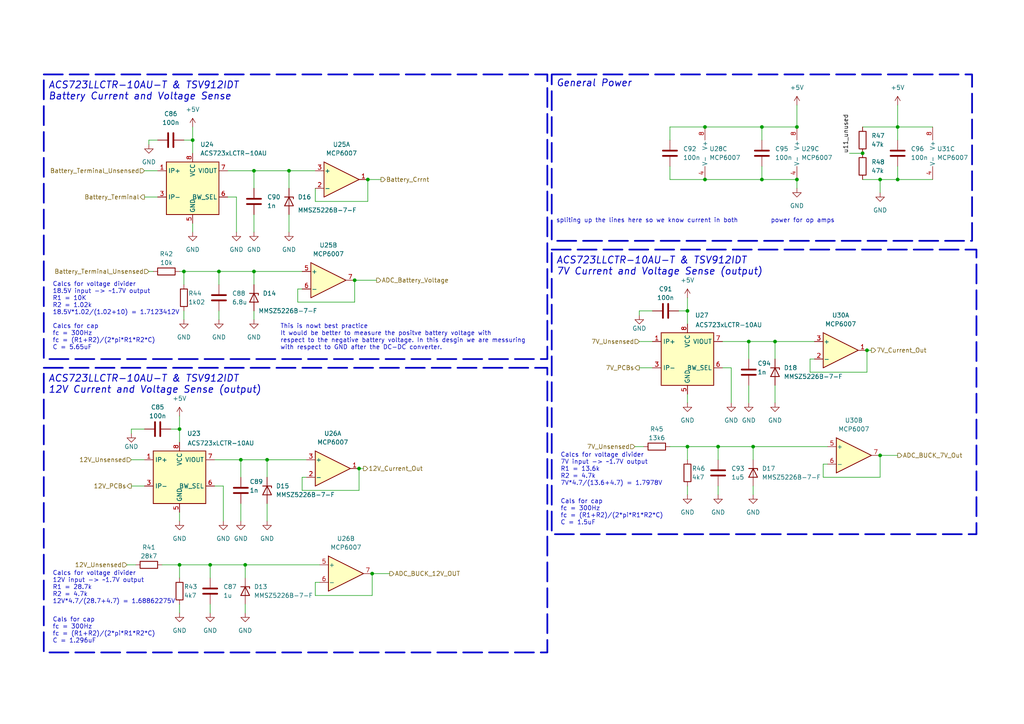
<source format=kicad_sch>
(kicad_sch (version 20231120) (generator "eeschema") (generator_version "8.0")
  (paper "A4")
  (lib_symbols
    (symbol "Amplifier_Operational:TSV912IDT" (pin_names (offset 0.127))
      (property "Reference" "U" (at 0 5.08 0))
      (property "Value" "TSV912IDT" (at 0 -5.08 0))
      (symbol "TSV912IDT_1_1"
        (polyline (pts (xy -5.08 5.08) (xy 5.08 0) (xy -5.08 -5.08) (xy -5.08 5.08)) (stroke (width 0.254)) (fill (type background)))
        (pin output line (at 7.62 0 180) (length 2.54) (name "~") (number "1"))
        (pin input line (at -7.62 -2.54 0) (length 2.54) (name "-") (number "2"))
        (pin input line (at -7.62 2.54 0) (length 2.54) (name "+") (number "3"))
      )
      (symbol "TSV912IDT_2_1"
        (polyline (pts (xy -5.08 5.08) (xy 5.08 0) (xy -5.08 -5.08) (xy -5.08 5.08)) (stroke (width 0.254)) (fill (type background)))
        (pin input line (at -7.62 2.54 0) (length 2.54) (name "+") (number "5"))
        (pin input line (at -7.62 -2.54 0) (length 2.54) (name "-") (number "6"))
        (pin output line (at 7.62 0 180) (length 2.54) (name "~") (number "7"))
      )
      (symbol "TSV912IDT_3_1"
        (pin power_in line (at -2.54 -7.62 90) (length 3.81) (name "V-") (number "4"))
        (pin power_in line (at -2.54 7.62 270) (length 3.81) (name "V+") (number "8"))
      )
    )
    (symbol "Device:C" (pin_numbers hide) (pin_names (offset 0.254))
      (property "Reference" "C" (at 0.635 2.54 0))
      (property "Value" "C" (at 0.635 -2.54 0))
      (symbol "C_0_1"
        (polyline (pts (xy -2.032 -0.762) (xy 2.032 -0.762)) (stroke (width 0.508)))
        (polyline (pts (xy -2.032 0.762) (xy 2.032 0.762)) (stroke (width 0.508)))
      )
      (symbol "C_1_1"
        (pin passive line (at 0 3.81 270) (length 2.794) (name "~") (number "1"))
        (pin passive line (at 0 -3.81 90) (length 2.794) (name "~") (number "2"))
      )
    )
    (symbol "Device:D_Zener" (pin_numbers hide) (pin_names (offset 1.016) hide)
      (property "Reference" "D" (at 0 2.54 0))
      (property "Value" "D_Zener" (at 0 -2.54 0))
      (symbol "D_Zener_0_1"
        (polyline (pts (xy 1.27 0) (xy -1.27 0)))
        (polyline (pts (xy -1.27 -1.27) (xy -1.27 1.27) (xy -0.762 1.27)) (stroke (width 0.254)))
        (polyline (pts (xy 1.27 -1.27) (xy 1.27 1.27) (xy -1.27 0) (xy 1.27 -1.27)) (stroke (width 0.254)))
      )
      (symbol "D_Zener_1_1"
        (pin passive line (at -3.81 0 0) (length 2.54) (name "K") (number "1"))
        (pin passive line (at 3.81 0 180) (length 2.54) (name "A") (number "2"))
      )
    )
    (symbol "Device:R" (pin_numbers hide) (pin_names (offset 0))
      (property "Reference" "R" (at 2.032 0 90))
      (property "Value" "R" (at 0 0 90))
      (symbol "R_0_1"
        (rectangle (start -1.016 -2.54) (end 1.016 2.54) (stroke (width 0.254)))
      )
      (symbol "R_1_1"
        (pin passive line (at 0 3.81 270) (length 1.27) (name "~") (number "1"))
        (pin passive line (at 0 -3.81 90) (length 1.27) (name "~") (number "2"))
      )
    )
    (symbol "Sensor_Current:ACS723xLCTR-10AU"
      (property "Reference" "U" (at 2.54 11.43 0))
      (property "Value" "ACS723xLCTR-10AU" (at 2.54 8.89 0))
      (symbol "ACS723xLCTR-10AU_0_1"
        (rectangle (start -7.62 7.62) (end 7.62 -7.62) (stroke (width 0.254)) (fill (type background)))
      )
      (symbol "ACS723xLCTR-10AU_1_1"
        (pin passive line (at -10.16 5.08 0) (length 2.54) (name "IP+") (number "1"))
        (pin passive line (at -10.16 5.08 0) (length 2.54) hide (name "IP+") (number "2"))
        (pin passive line (at -10.16 -2.54 0) (length 2.54) (name "IP-") (number "3"))
        (pin passive line (at -10.16 -2.54 0) (length 2.54) hide (name "IP-") (number "4"))
        (pin power_in line (at 0 -10.16 90) (length 2.54) (name "GND") (number "5"))
        (pin input line (at 10.16 -2.54 180) (length 2.54) (name "BW_SEL") (number "6"))
        (pin output line (at 10.16 5.08 180) (length 2.54) (name "VIOUT") (number "7"))
        (pin power_in line (at 0 10.16 270) (length 2.54) (name "VCC") (number "8"))
      )
    )
    (symbol "ecocad_lib_symbols:MCP6007" (pin_names (offset 0.127))
      (property "Reference" "U" (at 0 5.08 0))
      (property "Value" "MCP6007" (at 0 -5.08 0))
      (symbol "MCP6007_1_1"
        (polyline (pts (xy -5.08 5.08) (xy 5.08 0) (xy -5.08 -5.08) (xy -5.08 5.08)) (stroke (width 0.254)) (fill (type background)))
        (pin output line (at 7.62 0 180) (length 2.54) (name "~") (number "1"))
        (pin input line (at -7.62 -2.54 0) (length 2.54) (name "-") (number "2"))
        (pin input line (at -7.62 2.54 0) (length 2.54) (name "+") (number "3"))
      )
      (symbol "MCP6007_2_1"
        (polyline (pts (xy -5.08 5.08) (xy 5.08 0) (xy -5.08 -5.08) (xy -5.08 5.08)) (stroke (width 0.254)) (fill (type background)))
        (pin input line (at -7.62 2.54 0) (length 2.54) (name "+") (number "5"))
        (pin input line (at -7.62 -2.54 0) (length 2.54) (name "-") (number "6"))
        (pin output line (at 7.62 0 180) (length 2.54) (name "~") (number "7"))
      )
      (symbol "MCP6007_3_1"
        (pin power_in line (at -2.54 -7.62 90) (length 3.81) (name "V-") (number "4"))
        (pin power_in line (at -2.54 7.62 270) (length 3.81) (name "V+") (number "8"))
      )
    )
    (symbol "power:+5V" (power) (pin_names (offset 0))
      (property "Value" "+5V" (at 0 3.556 0))
      (symbol "+5V_0_1"
        (polyline (pts (xy -0.762 1.27) (xy 0 2.54)))
        (polyline (pts (xy 0 0) (xy 0 2.54)))
        (polyline (pts (xy 0 2.54) (xy 0.762 1.27)))
      )
      (symbol "+5V_1_1"
        (pin power_in line (at 0 0 90) (length 0) hide (name "+5V") (number "1"))
      )
    )
    (symbol "power:GND" (power) (pin_names (offset 0))
      (property "Value" "GND" (at 0 -3.81 0))
      (symbol "GND_0_1"
        (polyline (pts (xy 0 0) (xy 0 -1.27) (xy 1.27 -1.27) (xy 0 -2.54) (xy -1.27 -1.27) (xy 0 -1.27)))
      )
      (symbol "GND_1_1"
        (pin power_in line (at 0 0 270) (length 0) hide (name "GND") (number "1"))
      )
    )
  )
  (junction (at 250.19 44.45))
  (junction (at 52.07 124.46))
  (junction (at 208.28 129.54))
  (junction (at 255.27 52.07))
  (junction (at 220.98 52.07))
  (junction (at 260.35 36.83))
  (junction (at 77.47 133.35))
  (junction (at 231.14 36.83))
  (junction (at 69.85 133.35))
  (junction (at 53.34 78.74))
  (junction (at 106.68 52.07))
  (junction (at 73.66 49.53))
  (junction (at 71.12 163.83))
  (junction (at 102.87 81.28))
  (junction (at 199.39 90.17))
  (junction (at 83.82 49.53))
  (junction (at 255.27 132.08))
  (junction (at 60.96 163.83))
  (junction (at 224.79 99.06))
  (junction (at 251.46 101.6))
  (junction (at 204.47 52.07))
  (junction (at 73.66 78.74))
  (junction (at 231.14 52.07))
  (junction (at 52.07 163.83))
  (junction (at 104.14 135.89))
  (junction (at 217.17 99.06))
  (junction (at 220.98 36.83))
  (junction (at 55.88 40.64))
  (junction (at 260.35 52.07))
  (junction (at 63.5 78.74))
  (junction (at 204.47 36.83))
  (junction (at 218.44 129.54))
  (junction (at 107.95 166.37))
  (junction (at 199.39 129.54))
  (wire (pts (xy 260.35 30.48) (xy 260.35 36.83)))
  (wire (pts (xy 53.34 40.64) (xy 55.88 40.64)))
  (wire (pts (xy 270.51 36.83) (xy 260.35 36.83)))
  (wire (pts (xy 199.39 114.3) (xy 199.39 116.84)))
  (wire (pts (xy 52.07 78.74) (xy 53.34 78.74)))
  (wire (pts (xy 39.37 163.83) (xy 36.83 163.83)))
  (wire (pts (xy 66.04 57.15) (xy 68.58 57.15)))
  (wire (pts (xy 52.07 163.83) (xy 60.96 163.83)))
  (wire (pts (xy 87.63 142.24) (xy 104.14 142.24)))
  (wire (pts (xy 41.91 49.53) (xy 45.72 49.53)))
  (wire (pts (xy 185.42 106.68) (xy 189.23 106.68)))
  (wire (pts (xy 255.27 52.07) (xy 260.35 52.07)))
  (wire (pts (xy 186.69 129.54) (xy 184.15 129.54)))
  (wire (pts (xy 60.96 175.26) (xy 60.96 177.8)))
  (wire (pts (xy 204.47 52.07) (xy 194.31 52.07)))
  (wire (pts (xy 83.82 49.53) (xy 91.44 49.53)))
  (wire (pts (xy 64.77 140.97) (xy 64.77 151.13)))
  (wire (pts (xy 62.23 133.35) (xy 69.85 133.35)))
  (wire (pts (xy 217.17 99.06) (xy 224.79 99.06)))
  (wire (pts (xy 209.55 106.68) (xy 212.09 106.68)))
  (wire (pts (xy 234.95 107.95) (xy 251.46 107.95)))
  (wire (pts (xy 196.85 90.17) (xy 199.39 90.17)))
  (wire (pts (xy 52.07 148.59) (xy 52.07 151.13)))
  (wire (pts (xy 231.14 30.48) (xy 231.14 36.83)))
  (wire (pts (xy 238.76 134.62) (xy 240.03 134.62)))
  (wire (pts (xy 104.14 142.24) (xy 104.14 135.89)))
  (wire (pts (xy 224.79 111.76) (xy 224.79 116.84)))
  (wire (pts (xy 106.68 52.07) (xy 106.68 58.42)))
  (wire (pts (xy 52.07 120.65) (xy 52.07 124.46)))
  (wire (pts (xy 250.19 52.07) (xy 255.27 52.07)))
  (wire (pts (xy 91.44 168.91) (xy 91.44 172.72)))
  (wire (pts (xy 43.18 78.74) (xy 44.45 78.74)))
  (wire (pts (xy 199.39 140.97) (xy 199.39 143.51)))
  (wire (pts (xy 220.98 52.07) (xy 231.14 52.07)))
  (wire (pts (xy 185.42 90.17) (xy 185.42 91.44)))
  (wire (pts (xy 73.66 49.53) (xy 83.82 49.53)))
  (wire (pts (xy 255.27 52.07) (xy 255.27 55.88)))
  (wire (pts (xy 63.5 78.74) (xy 63.5 82.55)))
  (wire (pts (xy 199.39 129.54) (xy 208.28 129.54)))
  (wire (pts (xy 86.36 87.63) (xy 102.87 87.63)))
  (wire (pts (xy 199.39 86.36) (xy 199.39 90.17)))
  (wire (pts (xy 73.66 62.23) (xy 73.66 67.31)))
  (wire (pts (xy 52.07 163.83) (xy 52.07 167.64)))
  (wire (pts (xy 63.5 78.74) (xy 73.66 78.74)))
  (wire (pts (xy 53.34 78.74) (xy 53.34 82.55)))
  (wire (pts (xy 194.31 40.64) (xy 194.31 36.83)))
  (wire (pts (xy 194.31 129.54) (xy 199.39 129.54)))
  (wire (pts (xy 66.04 49.53) (xy 73.66 49.53)))
  (wire (pts (xy 38.1 124.46) (xy 38.1 125.73)))
  (wire (pts (xy 260.35 36.83) (xy 260.35 40.64)))
  (wire (pts (xy 73.66 49.53) (xy 73.66 54.61)))
  (wire (pts (xy 71.12 163.83) (xy 92.71 163.83)))
  (wire (pts (xy 212.09 106.68) (xy 212.09 116.84)))
  (wire (pts (xy 199.39 129.54) (xy 199.39 133.35)))
  (wire (pts (xy 251.46 107.95) (xy 251.46 101.6)))
  (wire (pts (xy 87.63 138.43) (xy 87.63 142.24)))
  (wire (pts (xy 208.28 129.54) (xy 218.44 129.54)))
  (wire (pts (xy 107.95 172.72) (xy 107.95 166.37)))
  (wire (pts (xy 246.38 44.45) (xy 250.19 44.45)))
  (wire (pts (xy 77.47 133.35) (xy 88.9 133.35)))
  (wire (pts (xy 217.17 99.06) (xy 217.17 104.14)))
  (wire (pts (xy 71.12 163.83) (xy 71.12 167.64)))
  (wire (pts (xy 218.44 129.54) (xy 218.44 133.35)))
  (wire (pts (xy 77.47 146.05) (xy 77.47 151.13)))
  (wire (pts (xy 55.88 64.77) (xy 55.88 67.31)))
  (wire (pts (xy 83.82 62.23) (xy 83.82 67.31)))
  (wire (pts (xy 49.53 124.46) (xy 52.07 124.46)))
  (wire (pts (xy 62.23 140.97) (xy 64.77 140.97)))
  (wire (pts (xy 234.95 104.14) (xy 234.95 107.95)))
  (wire (pts (xy 209.55 99.06) (xy 217.17 99.06)))
  (wire (pts (xy 208.28 129.54) (xy 208.28 133.35)))
  (wire (pts (xy 218.44 140.97) (xy 218.44 143.51)))
  (wire (pts (xy 255.27 132.08) (xy 260.35 132.08)))
  (wire (pts (xy 194.31 52.07) (xy 194.31 48.26)))
  (wire (pts (xy 107.95 166.37) (xy 113.03 166.37)))
  (wire (pts (xy 102.87 87.63) (xy 102.87 81.28)))
  (wire (pts (xy 110.49 52.07) (xy 106.68 52.07)))
  (wire (pts (xy 220.98 36.83) (xy 220.98 40.64)))
  (wire (pts (xy 60.96 163.83) (xy 71.12 163.83)))
  (wire (pts (xy 251.46 101.6) (xy 252.73 101.6)))
  (wire (pts (xy 69.85 133.35) (xy 69.85 138.43)))
  (wire (pts (xy 73.66 78.74) (xy 87.63 78.74)))
  (wire (pts (xy 220.98 36.83) (xy 231.14 36.83)))
  (wire (pts (xy 194.31 36.83) (xy 204.47 36.83)))
  (wire (pts (xy 236.22 104.14) (xy 234.95 104.14)))
  (wire (pts (xy 208.28 140.97) (xy 208.28 143.51)))
  (wire (pts (xy 91.44 168.91) (xy 92.71 168.91)))
  (wire (pts (xy 55.88 40.64) (xy 55.88 44.45)))
  (wire (pts (xy 238.76 134.62) (xy 238.76 138.43)))
  (wire (pts (xy 73.66 78.74) (xy 73.66 82.55)))
  (wire (pts (xy 52.07 175.26) (xy 52.07 177.8)))
  (wire (pts (xy 260.35 52.07) (xy 270.51 52.07)))
  (wire (pts (xy 199.39 90.17) (xy 199.39 93.98)))
  (wire (pts (xy 255.27 138.43) (xy 255.27 132.08)))
  (wire (pts (xy 220.98 48.26) (xy 220.98 52.07)))
  (wire (pts (xy 43.18 40.64) (xy 45.72 40.64)))
  (wire (pts (xy 86.36 83.82) (xy 86.36 87.63)))
  (wire (pts (xy 218.44 129.54) (xy 240.03 129.54)))
  (wire (pts (xy 46.99 163.83) (xy 52.07 163.83)))
  (wire (pts (xy 38.1 133.35) (xy 41.91 133.35)))
  (wire (pts (xy 77.47 138.43) (xy 77.47 133.35)))
  (wire (pts (xy 231.14 52.07) (xy 231.14 54.61)))
  (wire (pts (xy 217.17 111.76) (xy 217.17 116.84)))
  (wire (pts (xy 55.88 36.83) (xy 55.88 40.64)))
  (wire (pts (xy 185.42 99.06) (xy 189.23 99.06)))
  (wire (pts (xy 224.79 99.06) (xy 236.22 99.06)))
  (wire (pts (xy 224.79 104.14) (xy 224.79 99.06)))
  (wire (pts (xy 52.07 124.46) (xy 52.07 128.27)))
  (wire (pts (xy 53.34 90.17) (xy 53.34 92.71)))
  (wire (pts (xy 43.18 41.91) (xy 43.18 40.64)))
  (wire (pts (xy 53.34 78.74) (xy 63.5 78.74)))
  (wire (pts (xy 109.22 81.28) (xy 102.87 81.28)))
  (wire (pts (xy 87.63 83.82) (xy 86.36 83.82)))
  (wire (pts (xy 260.35 48.26) (xy 260.35 52.07)))
  (wire (pts (xy 71.12 175.26) (xy 71.12 177.8)))
  (wire (pts (xy 69.85 133.35) (xy 77.47 133.35)))
  (wire (pts (xy 91.44 54.61) (xy 91.44 58.42)))
  (wire (pts (xy 60.96 163.83) (xy 60.96 167.64)))
  (wire (pts (xy 38.1 140.97) (xy 41.91 140.97)))
  (wire (pts (xy 83.82 49.53) (xy 83.82 54.61)))
  (wire (pts (xy 63.5 90.17) (xy 63.5 92.71)))
  (wire (pts (xy 104.14 135.89) (xy 105.41 135.89)))
  (wire (pts (xy 68.58 57.15) (xy 68.58 67.31)))
  (wire (pts (xy 189.23 90.17) (xy 185.42 90.17)))
  (wire (pts (xy 41.91 57.15) (xy 45.72 57.15)))
  (wire (pts (xy 73.66 90.17) (xy 73.66 92.71)))
  (wire (pts (xy 41.91 124.46) (xy 38.1 124.46)))
  (wire (pts (xy 250.19 36.83) (xy 260.35 36.83)))
  (wire (pts (xy 106.68 58.42) (xy 91.44 58.42)))
  (wire (pts (xy 204.47 52.07) (xy 220.98 52.07)))
  (wire (pts (xy 91.44 172.72) (xy 107.95 172.72)))
  (wire (pts (xy 204.47 36.83) (xy 220.98 36.83)))
  (wire (pts (xy 69.85 146.05) (xy 69.85 151.13)))
  (wire (pts (xy 238.76 138.43) (xy 255.27 138.43)))
  (wire (pts (xy 88.9 138.43) (xy 87.63 138.43)))
  (rectangle (start 12.7 106.68) (end 158.75 189.23) (stroke (width 0.5) (type dash)))
  (rectangle (start 160.02 72.39) (end 283.21 154.94) (stroke (width 0.5) (type dash)))
  (rectangle (start 160.02 21.59) (end 281.94 69.85) (stroke (width 0.5) (type dash)))
  (rectangle (start 12.7 21.59) (end 158.75 104.14) (stroke (width 0.5) (type dash)))
  (text "Calcs for voltage divider\n7V input -> ~1.7V output\nR1 = 13.6k\nR2 = 4.7k\n7V*4.7/(13.6+4.7) = 1.7978V" (at 162.56 140.97 0) (effects (font (size 1.27 1.27)) (justify left bottom)))
  (text "ACS723LLCTR-10AU-T & TSV912IDT \nBattery Current and Voltage Sense\n" (at 13.97 29.21 0) (effects (font (size 2 2) (thickness 0.254) (bold yes) (italic yes)) (justify left bottom)))
  (text "This is nowt best practice\nIt would be better to measure the positve battery voltage with \nrespect to the negative battery voltage. In this desgin we are messuring\nwith respect to GND after the DC-DC converter." (at 81.28 101.6 0) (effects (font (size 1.27 1.27)) (justify left bottom)))
  (text "Calcs for voltage divider\n18.5V input -> ~1.7V output\nR1 = 10K \nR2 = 1.02k\n18.5V*1.02/(1.02+10) = 1.7123412V" (at 15.24 91.44 0) (effects (font (size 1.27 1.27)) (justify left bottom)))
  (text "ACS723LLCTR-10AU-T & TSV912IDT \n12V Current and Voltage Sense (output)\n" (at 13.97 114.3 0) (effects (font (size 2 2) (thickness 0.254) (bold yes) (italic yes)) (justify left bottom)))
  (text "Calcs for cap\nfc = 300Hz\nfc = (R1+R2)/(2*pi*R1*R2*C)\nC = 5.65uF" (at 15.24 101.6 0) (effects (font (size 1.27 1.27)) (justify left bottom)))
  (text "ACS723LLCTR-10AU-T & TSV912IDT \n7V Current and Voltage Sense (output)\n" (at 161.29 80.01 0) (effects (font (size 2 2) (thickness 0.254) (bold yes) (italic yes)) (justify left bottom)))
  (text "spliting up the lines here so we know current in both\n" (at 161.29 64.77 0) (effects (font (size 1.27 1.27)) (justify left bottom)))
  (text "General Power" (at 161.29 25.4 0) (effects (font (size 2 2) (thickness 0.254) (bold yes) (italic yes)) (justify left bottom)))
  (text "power for op amps" (at 223.52 64.77 0) (effects (font (size 1.27 1.27)) (justify left bottom)))
  (text "Calcs for voltage divider\n12V input -> ~1.7V output\nR1 = 28.7k\nR2 = 4.7k\n12V*4.7/(28.7+4.7) = 1.68862275V" (at 15.24 175.26 0) (effects (font (size 1.27 1.27)) (justify left bottom)))
  (text "Cals for cap\nfc = 300Hz\nfc = (R1+R2)/(2*pi*R1*R2*C)\nC = 1.296uF" (at 15.24 186.69 0) (effects (font (size 1.27 1.27)) (justify left bottom)))
  (text "Cals for cap\nfc = 300Hz\nfc = (R1+R2)/(2*pi*R1*R2*C)\nC = 1.5uF" (at 162.56 152.4 0) (effects (font (size 1.27 1.27)) (justify left bottom)))
  (label "u11_unused" (at 246.38 44.45 90))
  (hierarchical_label "Battery_Terminal_Unsensed" (shape input) (at 41.91 49.53 180))
  (hierarchical_label "12V_Unsensed" (shape input) (at 36.83 163.83 180))
  (hierarchical_label "12V_PCBs" (shape output) (at 38.1 140.97 180))
  (hierarchical_label "Battery_Terminal_Unsensed" (shape input) (at 43.18 78.74 180))
  (hierarchical_label "ADC_Battery_Voltage" (shape output) (at 109.22 81.28 0))
  (hierarchical_label "7V_Unsensed" (shape input) (at 184.15 129.54 180))
  (hierarchical_label "Battery_Crrnt" (shape output) (at 110.49 52.07 0))
  (hierarchical_label "Battery_Terminal" (shape output) (at 41.91 57.15 180))
  (hierarchical_label "7V_Unsensed" (shape input) (at 185.42 99.06 180))
  (hierarchical_label "7V_PCBs" (shape output) (at 185.42 106.68 180))
  (hierarchical_label "12V_Current_Out" (shape output) (at 105.41 135.89 0))
  (hierarchical_label "ADC_BUCK_12V_OUT" (shape output) (at 113.03 166.37 0))
  (hierarchical_label "ADC_BUCK_7V_Out" (shape output) (at 260.35 132.08 0))
  (hierarchical_label "12V_Unsensed" (shape input) (at 38.1 133.35 180))
  (hierarchical_label "7V_Current_Out" (shape output) (at 252.73 101.6 0))
  (symbol (lib_id "Device:R") (at 250.19 40.64 0) (unit 1)
    (property "Reference" "R47" (at 252.73 39.37 0) (effects (justify left)))
    (property "Value" "47k" (at 252.73 41.91 0) (effects (justify left)))
    (property "Footprint" "Resistor_SMD:R_0805_2012Metric" (effects (hide yes)))
    (property "JLCPCB Part#(Optional)" "C17713" (effects (hide yes)))
    (property "Ordered" "y" (effects (hide yes)))
  )
  (symbol (lib_id "power:GND") (at 60.96 177.8 0) (unit 1)
    (property "Reference" "#PWR095" (effects (hide yes)))
    (property "Value" "GND" (at 60.96 182.88 0))
  )
  (symbol (lib_id "Device:R") (at 250.19 48.26 0) (unit 1)
    (property "Reference" "R48" (at 252.73 46.99 0) (effects (justify left)))
    (property "Value" "47k" (at 252.73 49.53 0) (effects (justify left)))
    (property "Footprint" "Resistor_SMD:R_0805_2012Metric" (effects (hide yes)))
    (property "JLCPCB Part#(Optional)" "C17713" (effects (hide yes)))
    (property "Ordered" "y" (effects (hide yes)))
  )
  (symbol (lib_id "Device:R") (at 190.5 129.54 90) (unit 1)
    (property "Reference" "R45" (at 190.5 124.46 90))
    (property "Value" "13k6" (at 190.5 127 90))
    (property "Footprint" "Resistor_SMD:R_0603_1608Metric" (effects (hide yes)))
    (property "Digikey #" "RMCF0603FT28K7CT-ND" (effects (hide yes)))
    (property "Ordered" "y" (effects (hide yes)))
  )
  (symbol (lib_id "power:GND") (at 199.39 143.51 0) (unit 1)
    (property "Reference" "#PWR0130" (effects (hide yes)))
    (property "Value" "GND" (at 199.39 148.59 0))
  )
  (symbol (lib_id "power:GND") (at 212.09 116.84 0) (unit 1)
    (property "Reference" "#PWR0132" (effects (hide yes)))
    (property "Value" "GND" (at 212.09 121.92 0))
  )
  (symbol (lib_id "Device:D_Zener") (at 224.79 107.95 270) (unit 1)
    (property "Reference" "D18" (at 227.33 106.68 90) (effects (justify left)))
    (property "Value" "MMSZ5226B-7-F" (at 227.33 109.22 90) (effects (justify left)))
    (property "Footprint" "Diode_SMD:D_SOD-123" (effects (hide yes)))
    (property "Datasheet" "https://www.diodes.com/assets/Datasheets/ds18010.pdf" (effects (hide yes)))
    (property "Digikey #" "MMSZ5226B-FDICT-ND" (effects (hide yes)))
    (property "JLCPCB Part#(Optional)" "C155250" (effects (hide yes)))
    (property "Ordered" "y" (effects (hide yes)))
  )
  (symbol (lib_id "power:+5V") (at 260.35 30.48 0) (unit 1)
    (property "Reference" "#PWR0139" (effects (hide yes)))
    (property "Value" "+5V" (at 260.35 25.4 0))
  )
  (symbol (lib_id "Device:D_Zener") (at 83.82 58.42 270) (unit 1)
    (property "Reference" "D16" (at 86.36 57.15 90) (effects (justify left)))
    (property "Value" "MMSZ5226B-7-F" (at 86.36 60.96 90) (effects (justify left)))
    (property "Footprint" "Diode_SMD:D_SOD-123" (effects (hide yes)))
    (property "Datasheet" "https://www.diodes.com/assets/Datasheets/ds18010.pdf" (effects (hide yes)))
    (property "Digikey #" "MMSZ5226B-FDICT-ND" (effects (hide yes)))
    (property "JLCPCB Part#(Optional)" "C155250" (effects (hide yes)))
    (property "Ordered" "y" (effects (hide yes)))
  )
  (symbol (lib_id "Device:R") (at 53.34 86.36 0) (unit 1)
    (property "Reference" "R44" (at 54.61 85.09 0) (effects (justify left)))
    (property "Value" "1k02" (at 54.61 87.63 0) (effects (justify left)))
    (property "Footprint" "Resistor_SMD:R_0603_1608Metric" (effects (hide yes)))
    (property "Digikey #" "RMCF0603FT1K02CT-ND" (effects (hide yes)))
    (property "Ordered" "y" (effects (hide yes)))
  )
  (symbol (lib_id "power:+5V") (at 52.07 120.65 0) (unit 1)
    (property "Reference" "#PWR083" (effects (hide yes)))
    (property "Value" "+5V" (at 52.07 115.57 0))
  )
  (symbol (lib_id "power:GND") (at 255.27 55.88 0) (unit 1)
    (property "Reference" "#PWR0138" (effects (hide yes)))
    (property "Value" "GND" (at 255.27 60.96 0))
  )
  (symbol (lib_id "power:GND") (at 71.12 177.8 0) (unit 1)
    (property "Reference" "#PWR0122" (effects (hide yes)))
    (property "Value" "GND" (at 71.12 182.88 0))
  )
  (symbol (lib_id "power:GND") (at 217.17 116.84 0) (unit 1)
    (property "Reference" "#PWR0133" (effects (hide yes)))
    (property "Value" "GND" (at 217.17 121.92 0))
  )
  (symbol (lib_id "power:GND") (at 73.66 92.71 0) (unit 1)
    (property "Reference" "#PWR0124" (effects (hide yes)))
    (property "Value" "GND" (at 73.66 97.79 0))
  )
  (symbol (lib_id "Device:C") (at 194.31 44.45 0) (unit 1)
    (property "Reference" "C92" (at 198.12 43.18 0) (effects (justify left)))
    (property "Value" "100n" (at 198.12 45.72 0) (effects (justify left)))
    (property "Footprint" "Capacitor_SMD:C_0603_1608Metric" (effects (hide yes)))
    (property "Digikey #" "CC0603KRX7R7BB104" (effects (hide yes)))
    (property "Ordered" "y" (effects (hide yes)))
  )
  (symbol (lib_id "Device:C") (at 260.35 44.45 0) (unit 1)
    (property "Reference" "C96" (at 264.16 43.18 0) (effects (justify left)))
    (property "Value" "100n" (at 264.16 45.72 0) (effects (justify left)))
    (property "Footprint" "Capacitor_SMD:C_0603_1608Metric" (effects (hide yes)))
    (property "Digikey #" "CC0603KRX7R7BB104" (effects (hide yes)))
    (property "Ordered" "y" (effects (hide yes)))
  )
  (symbol (lib_id "power:GND") (at 64.77 151.13 0) (unit 1)
    (property "Reference" "#PWR0119" (effects (hide yes)))
    (property "Value" "GND" (at 64.77 156.21 0))
  )
  (symbol (lib_id "power:GND") (at 55.88 67.31 0) (unit 1)
    (property "Reference" "#PWR093" (effects (hide yes)))
    (property "Value" "GND" (at 55.88 72.39 0))
  )
  (symbol (lib_id "power:GND") (at 63.5 92.71 0) (unit 1)
    (property "Reference" "#PWR096" (effects (hide yes)))
    (property "Value" "GND" (at 63.5 97.79 0))
  )
  (symbol (lib_id "Device:C") (at 208.28 137.16 0) (unit 1)
    (property "Reference" "C93" (at 212.09 135.8899 0) (effects (justify left)))
    (property "Value" "1u5" (at 212.09 138.4299 0) (effects (justify left)))
    (property "Footprint" "Capacitor_SMD:C_0603_1608Metric" (effects (hide yes)))
    (property "JLCPCB Part#(Optional)" "C28323" (effects (hide yes)))
    (property "Ordered" "y" (effects (hide yes)))
  )
  (symbol (lib_id "ecocad_lib_symbols:MCP6007") (at 96.52 135.89 0) (unit 1)
    (property "Reference" "U26" (at 96.52 125.73 0))
    (property "Value" "MCP6007" (at 96.52 128.27 0))
    (property "Footprint" "Package_SO:SOIC-8_3.9x4.9mm_P1.27mm" (effects (hide yes)))
    (property "Datasheet" "https://ww1.microchip.com/downloads/aemDocuments/documents/APID/ProductDocuments/DataSheets/MCP6006-6R-6U-7-9-Data-Sheet-20006411B.pdf" (effects (hide yes)))
    (property "Description" "Dual Operational Amplifiers, DIP-8/SOIC-8/TSSOP-8/VSSOP-8" (effects (hide yes)))
  )
  (symbol (lib_id "Device:R") (at 52.07 171.45 0) (unit 1)
    (property "Reference" "R43" (at 53.34 170.18 0) (effects (justify left)))
    (property "Value" "4k7" (at 53.34 172.72 0) (effects (justify left)))
    (property "Footprint" "Resistor_SMD:R_0603_1608Metric" (effects (hide yes)))
    (property "JLCPCB Part#(Optional)" "C23164" (effects (hide yes)))
    (property "Ordered" "y" (effects (hide yes)))
    (property "Digikey #" "311-4.70KHRCT-ND" (effects (hide yes)))
  )
  (symbol (lib_id "power:GND") (at 69.85 151.13 0) (unit 1)
    (property "Reference" "#PWR0121" (effects (hide yes)))
    (property "Value" "GND" (at 69.85 156.21 0))
  )
  (symbol (lib_id "power:GND") (at 199.39 116.84 0) (unit 1)
    (property "Reference" "#PWR0129" (effects (hide yes)))
    (property "Value" "GND" (at 199.39 121.92 0))
  )
  (symbol (lib_id "Sensor_Current:ACS723xLCTR-10AU") (at 199.39 104.14 0) (unit 1)
    (property "Reference" "U27" (at 201.5841 91.44 0) (effects (justify left)))
    (property "Value" "ACS723xLCTR-10AU" (at 201.676 94.234 0) (effects (justify left)))
    (property "Footprint" "Package_SO:SOIC-8_3.9x4.9mm_P1.27mm" (effects (hide yes)))
    (property "Datasheet" "http://www.allegromicro.com/~/media/Files/Datasheets/ACS723-Datasheet.ashx?la=en" (effects (hide yes)))
  )
  (symbol (lib_id "Device:R") (at 199.39 137.16 0) (unit 1)
    (property "Reference" "R46" (at 200.66 135.89 0) (effects (justify left)))
    (property "Value" "4k7" (at 200.66 138.43 0) (effects (justify left)))
    (property "Footprint" "Resistor_SMD:R_0603_1608Metric" (effects (hide yes)))
    (property "JLCPCB Part#(Optional)" "C23164" (effects (hide yes)))
    (property "Ordered" "y" (effects (hide yes)))
    (property "Digikey #" "311-4.70KHRCT-ND" (effects (hide yes)))
  )
  (symbol (lib_id "power:GND") (at 185.42 91.44 0) (unit 1)
    (property "Reference" "#PWR0127" (effects (hide yes)))
    (property "Value" "GND" (at 185.42 95.25 0))
  )
  (symbol (lib_id "power:GND") (at 68.58 67.31 0) (unit 1)
    (property "Reference" "#PWR0120" (effects (hide yes)))
    (property "Value" "GND" (at 68.58 72.39 0))
  )
  (symbol (lib_id "Device:C") (at 60.96 171.45 0) (unit 1)
    (property "Reference" "C87" (at 64.77 170.18 0) (effects (justify left)))
    (property "Value" "1u" (at 64.77 172.72 0) (effects (justify left)))
    (property "Footprint" "Capacitor_SMD:C_0603_1608Metric" (effects (hide yes)))
    (property "JLCPCB Part#(Optional)" "C28323" (effects (hide yes)))
    (property "Ordered" "y" (effects (hide yes)))
  )
  (symbol (lib_id "power:GND") (at 83.82 67.31 0) (unit 1)
    (property "Reference" "#PWR0126" (effects (hide yes)))
    (property "Value" "GND" (at 83.82 72.39 0))
  )
  (symbol (lib_id "power:GND") (at 38.1 125.73 0) (unit 1)
    (property "Reference" "#PWR081" (effects (hide yes)))
    (property "Value" "GND" (at 38.1 129.54 0))
  )
  (symbol (lib_id "Device:C") (at 45.72 124.46 270) (unit 1)
    (property "Reference" "C85" (at 45.72 118.11 90))
    (property "Value" "100n" (at 45.72 120.65 90))
    (property "Footprint" "Capacitor_SMD:C_0603_1608Metric" (effects (hide yes)))
    (property "Digikey #" "CC0603KRX7R7BB104" (effects (hide yes)))
    (property "Ordered" "y" (effects (hide yes)))
  )
  (symbol (lib_id "Device:D_Zener") (at 71.12 171.45 270) (unit 1)
    (property "Reference" "D13" (at 73.66 170.18 90) (effects (justify left)))
    (property "Value" "MMSZ5226B-7-F" (at 73.66 172.72 90) (effects (justify left)))
    (property "Footprint" "Diode_SMD:D_SOD-123" (effects (hide yes)))
    (property "Datasheet" "https://www.diodes.com/assets/Datasheets/ds18010.pdf" (effects (hide yes)))
    (property "Digikey #" "MMSZ5226B-FDICT-ND" (effects (hide yes)))
    (property "JLCPCB Part#(Optional)" "C155250" (effects (hide yes)))
    (property "Ordered" "y" (effects (hide yes)))
  )
  (symbol (lib_id "power:GND") (at 73.66 67.31 0) (unit 1)
    (property "Reference" "#PWR0123" (effects (hide yes)))
    (property "Value" "GND" (at 73.66 72.39 0))
  )
  (symbol (lib_id "power:GND") (at 43.18 41.91 0) (unit 1)
    (property "Reference" "#PWR082" (effects (hide yes)))
    (property "Value" "GND" (at 43.18 46.99 0))
  )
  (symbol (lib_id "ecocad_lib_symbols:MCP6007") (at 247.65 132.08 0) (unit 2)
    (property "Reference" "U30" (at 247.65 121.92 0))
    (property "Value" "MCP6007" (at 247.65 124.46 0))
    (property "Footprint" "Package_SO:SOIC-8_3.9x4.9mm_P1.27mm" (effects (hide yes)))
    (property "Datasheet" "https://ww1.microchip.com/downloads/aemDocuments/documents/APID/ProductDocuments/DataSheets/MCP6006-6R-6U-7-9-Data-Sheet-20006411B.pdf" (effects (hide yes)))
    (property "Description" "Dual Operational Amplifiers, DIP-8/SOIC-8/TSSOP-8/VSSOP-8" (effects (hide yes)))
  )
  (symbol (lib_id "Amplifier_Operational:TSV912IDT") (at 233.68 44.45 0) (unit 3)
    (property "Reference" "U29" (at 232.41 43.1799 0) (effects (justify left)))
    (property "Value" "MCP6007" (at 232.41 45.7199 0) (effects (justify left)))
    (property "Footprint" "Package_SO:SOIC-8_3.9x4.9mm_P1.27mm" (effects (hide yes)))
    (property "Datasheet" "www.st.com/resource/en/datasheet/tsv911.pdf" (effects (hide yes)))
    (property "Digikey #" "497-8165-2-ND" (effects (hide yes)))
  )
  (symbol (lib_id "power:GND") (at 224.79 116.84 0) (unit 1)
    (property "Reference" "#PWR0135" (effects (hide yes)))
    (property "Value" "GND" (at 224.79 121.92 0))
  )
  (symbol (lib_id "Amplifier_Operational:TSV912IDT") (at 273.05 44.45 0) (unit 3)
    (property "Reference" "U31" (at 271.78 43.1799 0) (effects (justify left)))
    (property "Value" "MCP6007" (at 271.78 45.7199 0) (effects (justify left)))
    (property "Footprint" "Package_SO:SOIC-8_3.9x4.9mm_P1.27mm" (effects (hide yes)))
    (property "Datasheet" "www.st.com/resource/en/datasheet/tsv911.pdf" (effects (hide yes)))
    (property "Digikey #" "497-8165-2-ND" (effects (hide yes)))
  )
  (symbol (lib_id "Device:D_Zener") (at 73.66 86.36 270) (unit 1)
    (property "Reference" "D14" (at 76.2 85.09 90) (effects (justify left)))
    (property "Value" "MMSZ5226B-7-F" (at 74.93 90.17 90) (effects (justify left)))
    (property "Footprint" "Diode_SMD:D_SOD-123" (effects (hide yes)))
    (property "Datasheet" "https://www.diodes.com/assets/Datasheets/ds18010.pdf" (effects (hide yes)))
    (property "Digikey #" "MMSZ5226B-FDICT-ND" (effects (hide yes)))
    (property "JLCPCB Part#(Optional)" "C155250" (effects (hide yes)))
    (property "Ordered" "y" (effects (hide yes)))
  )
  (symbol (lib_id "Device:C") (at 217.17 107.95 0) (unit 1)
    (property "Reference" "C94" (at 219.71 105.41 0) (effects (justify left)))
    (property "Value" "1n" (at 219.71 107.95 0) (effects (justify left)))
    (property "Footprint" "Capacitor_SMD:C_0402_1005Metric" (effects (hide yes)))
    (property "JLCPCB Part#(Optional)" "C1523" (effects (hide yes)))
    (property "PCBA" "y" (effects (hide yes)))
  )
  (symbol (lib_id "ecocad_lib_symbols:MCP6007") (at 99.06 52.07 0) (unit 1)
    (property "Reference" "U25" (at 99.06 41.91 0))
    (property "Value" "MCP6007" (at 99.06 44.45 0))
    (property "Footprint" "Package_SO:SOIC-8_3.9x4.9mm_P1.27mm" (effects (hide yes)))
    (property "Datasheet" "https://ww1.microchip.com/downloads/aemDocuments/documents/APID/ProductDocuments/DataSheets/MCP6006-6R-6U-7-9-Data-Sheet-20006411B.pdf" (effects (hide yes)))
    (property "Description" "Dual Operational Amplifiers, DIP-8/SOIC-8/TSSOP-8/VSSOP-8" (effects (hide yes)))
  )
  (symbol (lib_id "Device:R") (at 48.26 78.74 90) (unit 1)
    (property "Reference" "R42" (at 48.26 73.66 90))
    (property "Value" "10k" (at 48.26 76.2 90))
    (property "Footprint" "Resistor_SMD:R_0603_1608Metric" (effects (hide yes)))
    (property "JLCPCB Part#(Optional)" "C25804" (effects (hide yes)))
    (property "Digikey #" "RMCF0603FT10K0CT-ND" (effects (hide yes)))
    (property "Ordered" "y" (effects (hide yes)))
  )
  (symbol (lib_id "Device:D_Zener") (at 218.44 137.16 270) (unit 1)
    (property "Reference" "D17" (at 220.98 135.89 90) (effects (justify left)))
    (property "Value" "MMSZ5226B-7-F" (at 220.98 138.43 90) (effects (justify left)))
    (property "Footprint" "Diode_SMD:D_SOD-123" (effects (hide yes)))
    (property "Datasheet" "https://www.diodes.com/assets/Datasheets/ds18010.pdf" (effects (hide yes)))
    (property "Digikey #" "MMSZ5226B-FDICT-ND" (effects (hide yes)))
    (property "JLCPCB Part#(Optional)" "C155250" (effects (hide yes)))
    (property "Ordered" "y" (effects (hide yes)))
  )
  (symbol (lib_id "power:+5V") (at 231.14 30.48 0) (unit 1)
    (property "Reference" "#PWR0136" (effects (hide yes)))
    (property "Value" "+5V" (at 231.14 25.4 0))
  )
  (symbol (lib_id "Device:C") (at 69.85 142.24 0) (unit 1)
    (property "Reference" "C89" (at 72.39 139.7 0) (effects (justify left)))
    (property "Value" "1n" (at 72.39 142.24 0) (effects (justify left)))
    (property "Footprint" "Capacitor_SMD:C_0402_1005Metric" (effects (hide yes)))
    (property "JLCPCB Part#(Optional)" "C1523" (effects (hide yes)))
    (property "PCBA" "y" (effects (hide yes)))
  )
  (symbol (lib_id "power:GND") (at 52.07 177.8 0) (unit 1)
    (property "Reference" "#PWR085" (effects (hide yes)))
    (property "Value" "GND" (at 52.07 182.88 0))
  )
  (symbol (lib_id "Device:C") (at 193.04 90.17 270) (unit 1)
    (property "Reference" "C91" (at 193.04 83.82 90))
    (property "Value" "100n" (at 193.04 86.36 90))
    (property "Footprint" "Capacitor_SMD:C_0603_1608Metric" (effects (hide yes)))
    (property "Digikey #" "CC0603KRX7R7BB104" (effects (hide yes)))
    (property "Ordered" "y" (effects (hide yes)))
  )
  (symbol (lib_id "ecocad_lib_symbols:MCP6007") (at 243.84 101.6 0) (unit 1)
    (property "Reference" "U30" (at 243.84 91.44 0))
    (property "Value" "MCP6007" (at 243.84 93.98 0))
    (property "Footprint" "Package_SO:SOIC-8_3.9x4.9mm_P1.27mm" (effects (hide yes)))
    (property "Datasheet" "https://ww1.microchip.com/downloads/aemDocuments/documents/APID/ProductDocuments/DataSheets/MCP6006-6R-6U-7-9-Data-Sheet-20006411B.pdf" (effects (hide yes)))
    (property "Description" "Dual Operational Amplifiers, DIP-8/SOIC-8/TSSOP-8/VSSOP-8" (effects (hide yes)))
  )
  (symbol (lib_id "power:+5V") (at 55.88 36.83 0) (unit 1)
    (property "Reference" "#PWR088" (effects (hide yes)))
    (property "Value" "+5V" (at 55.88 31.75 0))
  )
  (symbol (lib_id "Sensor_Current:ACS723xLCTR-10AU") (at 55.88 54.61 0) (unit 1)
    (property "Reference" "U24" (at 58.0741 41.91 0) (effects (justify left)))
    (property "Value" "ACS723xLCTR-10AU" (at 58.0741 44.45 0) (effects (justify left)))
    (property "Footprint" "Package_SO:SOIC-8_3.9x4.9mm_P1.27mm" (effects (hide yes)))
    (property "Datasheet" "http://www.allegromicro.com/~/media/Files/Datasheets/ACS723-Datasheet.ashx?la=en" (effects (hide yes)))
  )
  (symbol (lib_id "Device:D_Zener") (at 77.47 142.24 270) (unit 1)
    (property "Reference" "D15" (at 80.01 140.97 90) (effects (justify left)))
    (property "Value" "MMSZ5226B-7-F" (at 80.01 143.51 90) (effects (justify left)))
    (property "Footprint" "Diode_SMD:D_SOD-123" (effects (hide yes)))
    (property "Datasheet" "https://www.diodes.com/assets/Datasheets/ds18010.pdf" (effects (hide yes)))
    (property "Digikey #" "MMSZ5226B-FDICT-ND" (effects (hide yes)))
    (property "JLCPCB Part#(Optional)" "C155250" (effects (hide yes)))
    (property "Ordered" "y" (effects (hide yes)))
  )
  (symbol (lib_id "Device:C") (at 49.53 40.64 90) (unit 1)
    (property "Reference" "C86" (at 49.53 33.02 90))
    (property "Value" "100n" (at 49.53 35.56 90))
    (property "Footprint" "Capacitor_SMD:C_0603_1608Metric" (effects (hide yes)))
    (property "JLCPCB Part#(Optional)" "C1525" (effects (hide yes)))
    (property "Digikey #" "1276-1043-1-ND" (effects (hide yes)))
    (property "PCBA" "y" (effects (hide yes)))
  )
  (symbol (lib_id "power:GND") (at 52.07 151.13 0) (unit 1)
    (property "Reference" "#PWR084" (effects (hide yes)))
    (property "Value" "GND" (at 52.07 156.21 0))
  )
  (symbol (lib_id "Device:R") (at 43.18 163.83 90) (unit 1)
    (property "Reference" "R41" (at 43.18 158.75 90))
    (property "Value" "28k7" (at 43.18 161.29 90))
    (property "Footprint" "Resistor_SMD:R_0603_1608Metric" (effects (hide yes)))
    (property "Digikey #" "RMCF0603FT28K7CT-ND" (effects (hide yes)))
    (property "Ordered" "y" (effects (hide yes)))
  )
  (symbol (lib_id "Device:C") (at 220.98 44.45 0) (unit 1)
    (property "Reference" "C95" (at 224.79 43.18 0) (effects (justify left)))
    (property "Value" "100n" (at 224.79 45.72 0) (effects (justify left)))
    (property "Footprint" "Capacitor_SMD:C_0603_1608Metric" (effects (hide yes)))
    (property "Digikey #" "CC0603KRX7R7BB104" (effects (hide yes)))
    (property "Ordered" "y" (effects (hide yes)))
  )
  (symbol (lib_id "power:GND") (at 53.34 92.71 0) (unit 1)
    (property "Reference" "#PWR087" (effects (hide yes)))
    (property "Value" "GND" (at 53.34 97.79 0))
  )
  (symbol (lib_id "Sensor_Current:ACS723xLCTR-10AU") (at 52.07 138.43 0) (unit 1)
    (property "Reference" "U23" (at 54.2641 125.73 0) (effects (justify left)))
    (property "Value" "ACS723xLCTR-10AU" (at 54.356 128.524 0) (effects (justify left)))
    (property "Footprint" "Package_SO:SOIC-8_3.9x4.9mm_P1.27mm" (effects (hide yes)))
    (property "Datasheet" "http://www.allegromicro.com/~/media/Files/Datasheets/ACS723-Datasheet.ashx?la=en" (effects (hide yes)))
  )
  (symbol (lib_id "power:GND") (at 231.14 54.61 0) (unit 1)
    (property "Reference" "#PWR0137" (effects (hide yes)))
    (property "Value" "GND" (at 231.14 59.69 0))
  )
  (symbol (lib_id "power:GND") (at 208.28 143.51 0) (unit 1)
    (property "Reference" "#PWR0131" (effects (hide yes)))
    (property "Value" "GND" (at 208.28 148.59 0))
  )
  (symbol (lib_id "Amplifier_Operational:TSV912IDT") (at 207.01 44.45 0) (unit 3)
    (property "Reference" "U28" (at 205.74 43.1799 0) (effects (justify left)))
    (property "Value" "MCP6007" (at 205.74 45.7199 0) (effects (justify left)))
    (property "Footprint" "Package_SO:SOIC-8_3.9x4.9mm_P1.27mm" (effects (hide yes)))
    (property "Datasheet" "www.st.com/resource/en/datasheet/tsv911.pdf" (effects (hide yes)))
    (property "Digikey #" "497-8165-2-ND" (effects (hide yes)))
  )
  (symbol (lib_id "ecocad_lib_symbols:MCP6007") (at 95.25 81.28 0) (unit 2)
    (property "Reference" "U25" (at 95.25 71.12 0))
    (property "Value" "MCP6007" (at 95.25 73.66 0))
    (property "Footprint" "Package_SO:SOIC-8_3.9x4.9mm_P1.27mm" (effects (hide yes)))
    (property "Datasheet" "https://ww1.microchip.com/downloads/aemDocuments/documents/APID/ProductDocuments/DataSheets/MCP6006-6R-6U-7-9-Data-Sheet-20006411B.pdf" (effects (hide yes)))
    (property "Description" "Dual Operational Amplifiers, DIP-8/SOIC-8/TSSOP-8/VSSOP-8" (effects (hide yes)))
  )
  (symbol (lib_id "power:+5V") (at 199.39 86.36 0) (unit 1)
    (property "Reference" "#PWR0128" (effects (hide yes)))
    (property "Value" "+5V" (at 199.39 81.28 0))
  )
  (symbol (lib_id "ecocad_lib_symbols:MCP6007") (at 100.33 166.37 0) (unit 2)
    (property "Reference" "U26" (at 100.33 156.21 0))
    (property "Value" "MCP6007" (at 100.33 158.75 0))
    (property "Footprint" "Package_SO:SOIC-8_3.9x4.9mm_P1.27mm" (effects (hide yes)))
    (property "Datasheet" "https://ww1.microchip.com/downloads/aemDocuments/documents/APID/ProductDocuments/DataSheets/MCP6006-6R-6U-7-9-Data-Sheet-20006411B.pdf" (effects (hide yes)))
    (property "Description" "Dual Operational Amplifiers, DIP-8/SOIC-8/TSSOP-8/VSSOP-8" (effects (hide yes)))
  )
  (symbol (lib_id "Device:C") (at 73.66 58.42 0) (unit 1)
    (property "Reference" "C90" (at 77.47 57.15 0) (effects (justify left)))
    (property "Value" "1n" (at 77.47 59.69 0) (effects (justify left)))
    (property "Footprint" "Capacitor_SMD:C_0402_1005Metric" (effects (hide yes)))
    (property "JLCPCB Part#(Optional)" "C1523" (effects (hide yes)))
    (property "PCBA" "y" (effects (hide yes)))
  )
  (symbol (lib_id "power:GND") (at 218.44 143.51 0) (unit 1)
    (property "Reference" "#PWR0134" (effects (hide yes)))
    (property "Value" "GND" (at 218.44 148.59 0))
  )
  (symbol (lib_id "power:GND") (at 77.47 151.13 0) (unit 1)
    (property "Reference" "#PWR0125" (effects (hide yes)))
    (property "Value" "GND" (at 77.47 156.21 0))
  )
  (symbol (lib_id "Device:C") (at 63.5 86.36 0) (unit 1)
    (property "Reference" "C88" (at 67.31 85.09 0) (effects (justify left)))
    (property "Value" "6.8u" (at 67.31 87.63 0) (effects (justify left)))
    (property "Footprint" "Capacitor_SMD:C_0603_1608Metric" (effects (hide yes)))
    (property "JLCPCB Part#(Optional)" "C1631" (effects (hide yes)))
  )
)
</source>
